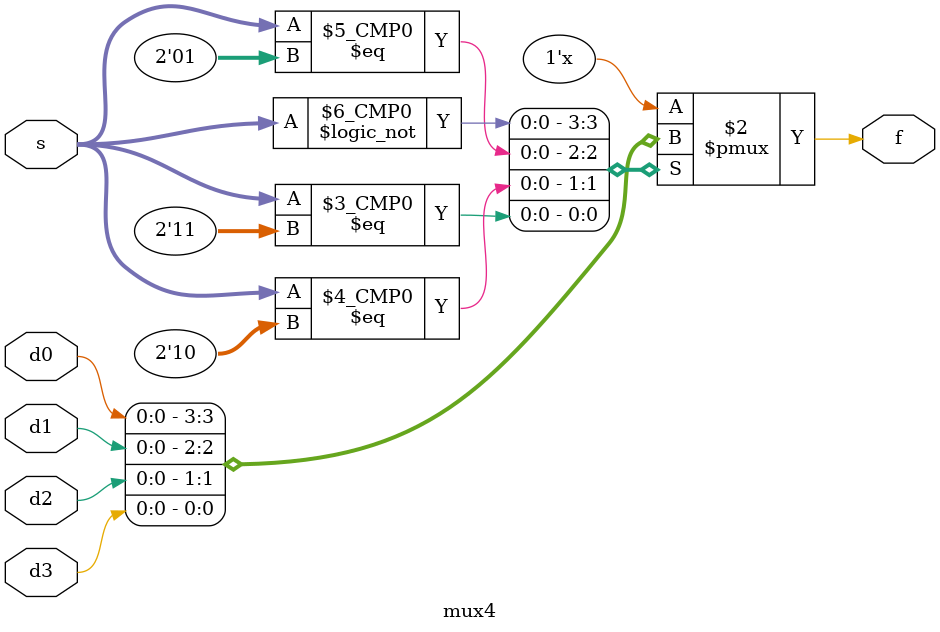
<source format=v>
module mux4 (
	input d0, d1, d2, d3, 
	input [1:0] s,
	output reg f);
		
	always @(*)
		case (s)
			0: f = d0;
			1: f = d1;
			2: f = d2;
			3: f = d3;
		endcase
			
endmodule

</source>
